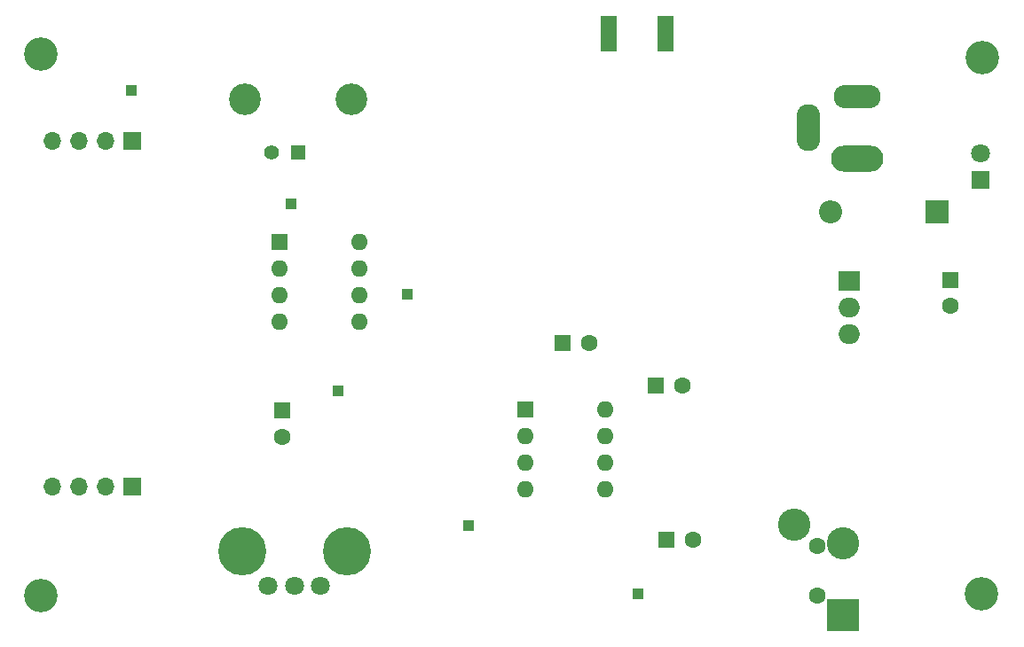
<source format=gbr>
%TF.GenerationSoftware,KiCad,Pcbnew,(6.0.7)*%
%TF.CreationDate,2022-11-04T12:42:17-04:00*%
%TF.ProjectId,DCR_MainBoard,4443525f-4d61-4696-9e42-6f6172642e6b,rev?*%
%TF.SameCoordinates,Original*%
%TF.FileFunction,Soldermask,Bot*%
%TF.FilePolarity,Negative*%
%FSLAX46Y46*%
G04 Gerber Fmt 4.6, Leading zero omitted, Abs format (unit mm)*
G04 Created by KiCad (PCBNEW (6.0.7)) date 2022-11-04 12:42:17*
%MOMM*%
%LPD*%
G01*
G04 APERTURE LIST*
%ADD10R,1.600000X1.600000*%
%ADD11C,1.600000*%
%ADD12O,5.000000X2.500000*%
%ADD13O,4.500000X2.250000*%
%ADD14O,2.250000X4.500000*%
%ADD15C,3.200000*%
%ADD16C,4.600000*%
%ADD17C,1.800000*%
%ADD18O,1.600000X1.600000*%
%ADD19R,2.000000X1.905000*%
%ADD20O,2.000000X1.905000*%
%ADD21R,1.000000X1.000000*%
%ADD22R,1.398000X1.398000*%
%ADD23C,1.398000*%
%ADD24C,3.015000*%
%ADD25R,3.092000X3.092000*%
%ADD26C,3.092000*%
%ADD27R,1.500000X3.500000*%
%ADD28R,1.800000X1.800000*%
%ADD29R,2.200000X2.200000*%
%ADD30O,2.200000X2.200000*%
%ADD31R,1.700000X1.700000*%
%ADD32O,1.700000X1.700000*%
G04 APERTURE END LIST*
D10*
%TO.C,C7*%
X112435000Y-48601849D03*
D11*
X112435000Y-51101849D03*
%TD*%
D10*
%TO.C,C11*%
X84318000Y-58664000D03*
D11*
X86818000Y-58664000D03*
%TD*%
D12*
%TO.C,J4*%
X103545000Y-37054500D03*
D13*
X103545000Y-31054500D03*
D14*
X98845000Y-34054500D03*
%TD*%
D15*
%TO.C,H4*%
X115493800Y-27330400D03*
%TD*%
D16*
%TO.C,RV1*%
X54809000Y-74538000D03*
X44809000Y-74538000D03*
D17*
X47309000Y-77838000D03*
X49809000Y-77838000D03*
X52309000Y-77838000D03*
%TD*%
D15*
%TO.C,H3*%
X115366800Y-78587600D03*
%TD*%
D10*
%TO.C,U4*%
X71882000Y-60960000D03*
D18*
X71882000Y-63500000D03*
X71882000Y-66040000D03*
X71882000Y-68580000D03*
X79502000Y-68580000D03*
X79502000Y-66040000D03*
X79502000Y-63500000D03*
X79502000Y-60960000D03*
%TD*%
D15*
%TO.C,H2*%
X25654000Y-78740000D03*
%TD*%
D19*
%TO.C,U3*%
X102783000Y-48738500D03*
D20*
X102783000Y-51278500D03*
X102783000Y-53818500D03*
%TD*%
D10*
%TO.C,C15*%
X85334000Y-73396000D03*
D11*
X87834000Y-73396000D03*
%TD*%
D21*
%TO.C,TP6*%
X82600800Y-78613000D03*
%TD*%
D15*
%TO.C,H1*%
X25654000Y-27051000D03*
%TD*%
D22*
%TO.C,J1*%
X50215800Y-36450500D03*
D23*
X47675800Y-36450500D03*
D24*
X45135800Y-31370500D03*
X55295800Y-31370500D03*
%TD*%
D11*
%TO.C,J5*%
X99672000Y-74047000D03*
X99672000Y-78747000D03*
D25*
X102172000Y-80647000D03*
D26*
X102172000Y-73747000D03*
X97472000Y-71947000D03*
%TD*%
D21*
%TO.C,TP3*%
X53975000Y-59156600D03*
%TD*%
D10*
%TO.C,C3*%
X48666400Y-61077349D03*
D11*
X48666400Y-63577349D03*
%TD*%
D10*
%TO.C,U2*%
X48422400Y-44968000D03*
D18*
X48422400Y-47508000D03*
X48422400Y-50048000D03*
X48422400Y-52588000D03*
X56042400Y-52588000D03*
X56042400Y-50048000D03*
X56042400Y-47508000D03*
X56042400Y-44968000D03*
%TD*%
D27*
%TO.C,J3*%
X85250000Y-25046500D03*
X79850000Y-25046500D03*
%TD*%
D28*
%TO.C,D1*%
X115265200Y-39065200D03*
D17*
X115265200Y-36525200D03*
%TD*%
D29*
%TO.C,D2*%
X111165000Y-42134500D03*
D30*
X101005000Y-42134500D03*
%TD*%
D21*
%TO.C,TP4*%
X66446400Y-72034400D03*
%TD*%
D10*
%TO.C,C12*%
X75428000Y-54600000D03*
D11*
X77928000Y-54600000D03*
%TD*%
D21*
%TO.C,TP2*%
X49479200Y-41351200D03*
%TD*%
%TO.C,TP1*%
X34239200Y-30530800D03*
%TD*%
D31*
%TO.C,U1*%
X34361400Y-35306000D03*
D32*
X31821400Y-35306000D03*
X29281400Y-35306000D03*
X26741400Y-35306000D03*
X26695400Y-68326000D03*
X29235400Y-68326000D03*
X31775400Y-68326000D03*
D31*
X34315400Y-68326000D03*
%TD*%
D21*
%TO.C,TP5*%
X60553600Y-49987200D03*
%TD*%
M02*

</source>
